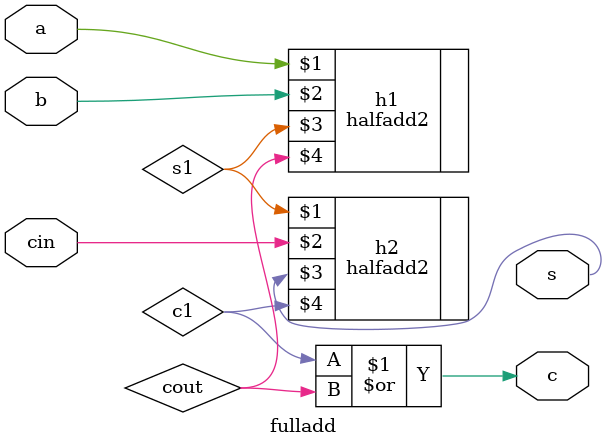
<source format=v>
module fulladd(a,b,cin,s,c);

input a;
input b;
input cin;

output s,c;

wire cout;
wire s1;
wire c1;

halfadd2 h1(a,b,s1,cout);
halfadd2 h2(s1,cin,s,c1);

assign c=c1 | cout;
 
endmodule

</source>
